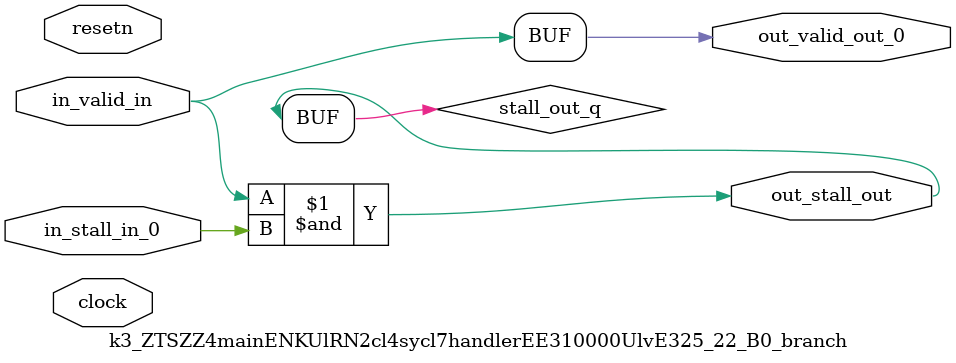
<source format=sv>



(* altera_attribute = "-name AUTO_SHIFT_REGISTER_RECOGNITION OFF; -name MESSAGE_DISABLE 10036; -name MESSAGE_DISABLE 10037; -name MESSAGE_DISABLE 14130; -name MESSAGE_DISABLE 14320; -name MESSAGE_DISABLE 15400; -name MESSAGE_DISABLE 14130; -name MESSAGE_DISABLE 10036; -name MESSAGE_DISABLE 12020; -name MESSAGE_DISABLE 12030; -name MESSAGE_DISABLE 12010; -name MESSAGE_DISABLE 12110; -name MESSAGE_DISABLE 14320; -name MESSAGE_DISABLE 13410; -name MESSAGE_DISABLE 113007; -name MESSAGE_DISABLE 10958" *)
module k3_ZTSZZ4mainENKUlRN2cl4sycl7handlerEE310000UlvE325_22_B0_branch (
    input wire [0:0] in_stall_in_0,
    input wire [0:0] in_valid_in,
    output wire [0:0] out_stall_out,
    output wire [0:0] out_valid_out_0,
    input wire clock,
    input wire resetn
    );

    wire [0:0] stall_out_q;


    // stall_out(LOGICAL,6)
    assign stall_out_q = in_valid_in & in_stall_in_0;

    // out_stall_out(GPOUT,4)
    assign out_stall_out = stall_out_q;

    // out_valid_out_0(GPOUT,5)
    assign out_valid_out_0 = in_valid_in;

endmodule

</source>
